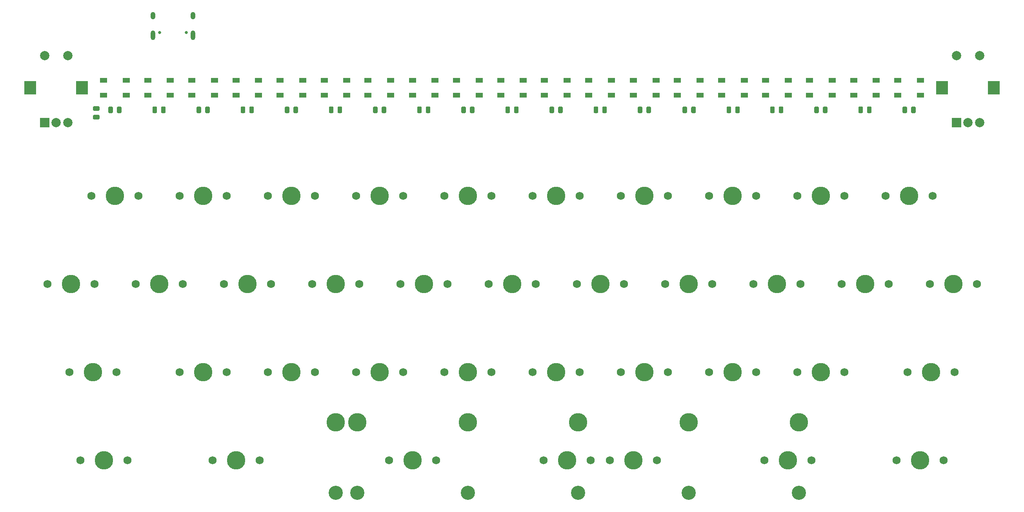
<source format=gbr>
G04 #@! TF.GenerationSoftware,KiCad,Pcbnew,(5.1.5)-3*
G04 #@! TF.CreationDate,2020-09-23T00:09:50-07:00*
G04 #@! TF.ProjectId,keyboard,6b657962-6f61-4726-942e-6b696361645f,rev?*
G04 #@! TF.SameCoordinates,Original*
G04 #@! TF.FileFunction,Soldermask,Top*
G04 #@! TF.FilePolarity,Negative*
%FSLAX46Y46*%
G04 Gerber Fmt 4.6, Leading zero omitted, Abs format (unit mm)*
G04 Created by KiCad (PCBNEW (5.1.5)-3) date 2020-09-23 00:09:50*
%MOMM*%
%LPD*%
G04 APERTURE LIST*
%ADD10R,1.500000X1.000000*%
%ADD11R,2.000000X2.000000*%
%ADD12C,2.000000*%
%ADD13R,2.500000X3.000000*%
%ADD14C,0.100000*%
%ADD15C,3.987800*%
%ADD16C,1.750000*%
%ADD17C,3.048000*%
%ADD18O,1.000000X1.600000*%
%ADD19O,1.000000X2.100000*%
%ADD20C,0.650000*%
G04 APERTURE END LIST*
D10*
X154702500Y25786250D03*
X154702500Y22586250D03*
X159602500Y25786250D03*
X159602500Y22586250D03*
D11*
X141962500Y16668750D03*
D12*
X144462500Y16668750D03*
X146962500Y16668750D03*
D13*
X138862500Y24168750D03*
X150062500Y24168750D03*
D12*
X141962500Y31168750D03*
X146962500Y31168750D03*
D11*
X338812500Y16668750D03*
D12*
X341312500Y16668750D03*
X343812500Y16668750D03*
D13*
X335712500Y24168750D03*
X346912500Y24168750D03*
D12*
X338812500Y31168750D03*
X343812500Y31168750D03*
D10*
X326152500Y25786250D03*
X326152500Y22586250D03*
X331052500Y25786250D03*
X331052500Y22586250D03*
X316627500Y25786250D03*
X316627500Y22586250D03*
X321527500Y25786250D03*
X321527500Y22586250D03*
X307102500Y25786250D03*
X307102500Y22586250D03*
X312002500Y25786250D03*
X312002500Y22586250D03*
X173752500Y25786250D03*
X173752500Y22586250D03*
X178652500Y25786250D03*
X178652500Y22586250D03*
X164227500Y25786250D03*
X164227500Y22586250D03*
X169127500Y25786250D03*
X169127500Y22586250D03*
D14*
G36*
X166007642Y20122576D02*
G01*
X166031303Y20119066D01*
X166054507Y20113254D01*
X166077029Y20105196D01*
X166098653Y20094968D01*
X166119170Y20082671D01*
X166138383Y20068421D01*
X166156107Y20052357D01*
X166172171Y20034633D01*
X166186421Y20015420D01*
X166198718Y19994903D01*
X166208946Y19973279D01*
X166217004Y19950757D01*
X166222816Y19927553D01*
X166226326Y19903892D01*
X166227500Y19880000D01*
X166227500Y18967500D01*
X166226326Y18943608D01*
X166222816Y18919947D01*
X166217004Y18896743D01*
X166208946Y18874221D01*
X166198718Y18852597D01*
X166186421Y18832080D01*
X166172171Y18812867D01*
X166156107Y18795143D01*
X166138383Y18779079D01*
X166119170Y18764829D01*
X166098653Y18752532D01*
X166077029Y18742304D01*
X166054507Y18734246D01*
X166031303Y18728434D01*
X166007642Y18724924D01*
X165983750Y18723750D01*
X165496250Y18723750D01*
X165472358Y18724924D01*
X165448697Y18728434D01*
X165425493Y18734246D01*
X165402971Y18742304D01*
X165381347Y18752532D01*
X165360830Y18764829D01*
X165341617Y18779079D01*
X165323893Y18795143D01*
X165307829Y18812867D01*
X165293579Y18832080D01*
X165281282Y18852597D01*
X165271054Y18874221D01*
X165262996Y18896743D01*
X165257184Y18919947D01*
X165253674Y18943608D01*
X165252500Y18967500D01*
X165252500Y19880000D01*
X165253674Y19903892D01*
X165257184Y19927553D01*
X165262996Y19950757D01*
X165271054Y19973279D01*
X165281282Y19994903D01*
X165293579Y20015420D01*
X165307829Y20034633D01*
X165323893Y20052357D01*
X165341617Y20068421D01*
X165360830Y20082671D01*
X165381347Y20094968D01*
X165402971Y20105196D01*
X165425493Y20113254D01*
X165448697Y20119066D01*
X165472358Y20122576D01*
X165496250Y20123750D01*
X165983750Y20123750D01*
X166007642Y20122576D01*
G37*
G36*
X167882642Y20122576D02*
G01*
X167906303Y20119066D01*
X167929507Y20113254D01*
X167952029Y20105196D01*
X167973653Y20094968D01*
X167994170Y20082671D01*
X168013383Y20068421D01*
X168031107Y20052357D01*
X168047171Y20034633D01*
X168061421Y20015420D01*
X168073718Y19994903D01*
X168083946Y19973279D01*
X168092004Y19950757D01*
X168097816Y19927553D01*
X168101326Y19903892D01*
X168102500Y19880000D01*
X168102500Y18967500D01*
X168101326Y18943608D01*
X168097816Y18919947D01*
X168092004Y18896743D01*
X168083946Y18874221D01*
X168073718Y18852597D01*
X168061421Y18832080D01*
X168047171Y18812867D01*
X168031107Y18795143D01*
X168013383Y18779079D01*
X167994170Y18764829D01*
X167973653Y18752532D01*
X167952029Y18742304D01*
X167929507Y18734246D01*
X167906303Y18728434D01*
X167882642Y18724924D01*
X167858750Y18723750D01*
X167371250Y18723750D01*
X167347358Y18724924D01*
X167323697Y18728434D01*
X167300493Y18734246D01*
X167277971Y18742304D01*
X167256347Y18752532D01*
X167235830Y18764829D01*
X167216617Y18779079D01*
X167198893Y18795143D01*
X167182829Y18812867D01*
X167168579Y18832080D01*
X167156282Y18852597D01*
X167146054Y18874221D01*
X167137996Y18896743D01*
X167132184Y18919947D01*
X167128674Y18943608D01*
X167127500Y18967500D01*
X167127500Y19880000D01*
X167128674Y19903892D01*
X167132184Y19927553D01*
X167137996Y19950757D01*
X167146054Y19973279D01*
X167156282Y19994903D01*
X167168579Y20015420D01*
X167182829Y20034633D01*
X167198893Y20052357D01*
X167216617Y20068421D01*
X167235830Y20082671D01*
X167256347Y20094968D01*
X167277971Y20105196D01*
X167300493Y20113254D01*
X167323697Y20119066D01*
X167347358Y20122576D01*
X167371250Y20123750D01*
X167858750Y20123750D01*
X167882642Y20122576D01*
G37*
G36*
X308882642Y20122576D02*
G01*
X308906303Y20119066D01*
X308929507Y20113254D01*
X308952029Y20105196D01*
X308973653Y20094968D01*
X308994170Y20082671D01*
X309013383Y20068421D01*
X309031107Y20052357D01*
X309047171Y20034633D01*
X309061421Y20015420D01*
X309073718Y19994903D01*
X309083946Y19973279D01*
X309092004Y19950757D01*
X309097816Y19927553D01*
X309101326Y19903892D01*
X309102500Y19880000D01*
X309102500Y18967500D01*
X309101326Y18943608D01*
X309097816Y18919947D01*
X309092004Y18896743D01*
X309083946Y18874221D01*
X309073718Y18852597D01*
X309061421Y18832080D01*
X309047171Y18812867D01*
X309031107Y18795143D01*
X309013383Y18779079D01*
X308994170Y18764829D01*
X308973653Y18752532D01*
X308952029Y18742304D01*
X308929507Y18734246D01*
X308906303Y18728434D01*
X308882642Y18724924D01*
X308858750Y18723750D01*
X308371250Y18723750D01*
X308347358Y18724924D01*
X308323697Y18728434D01*
X308300493Y18734246D01*
X308277971Y18742304D01*
X308256347Y18752532D01*
X308235830Y18764829D01*
X308216617Y18779079D01*
X308198893Y18795143D01*
X308182829Y18812867D01*
X308168579Y18832080D01*
X308156282Y18852597D01*
X308146054Y18874221D01*
X308137996Y18896743D01*
X308132184Y18919947D01*
X308128674Y18943608D01*
X308127500Y18967500D01*
X308127500Y19880000D01*
X308128674Y19903892D01*
X308132184Y19927553D01*
X308137996Y19950757D01*
X308146054Y19973279D01*
X308156282Y19994903D01*
X308168579Y20015420D01*
X308182829Y20034633D01*
X308198893Y20052357D01*
X308216617Y20068421D01*
X308235830Y20082671D01*
X308256347Y20094968D01*
X308277971Y20105196D01*
X308300493Y20113254D01*
X308323697Y20119066D01*
X308347358Y20122576D01*
X308371250Y20123750D01*
X308858750Y20123750D01*
X308882642Y20122576D01*
G37*
G36*
X310757642Y20122576D02*
G01*
X310781303Y20119066D01*
X310804507Y20113254D01*
X310827029Y20105196D01*
X310848653Y20094968D01*
X310869170Y20082671D01*
X310888383Y20068421D01*
X310906107Y20052357D01*
X310922171Y20034633D01*
X310936421Y20015420D01*
X310948718Y19994903D01*
X310958946Y19973279D01*
X310967004Y19950757D01*
X310972816Y19927553D01*
X310976326Y19903892D01*
X310977500Y19880000D01*
X310977500Y18967500D01*
X310976326Y18943608D01*
X310972816Y18919947D01*
X310967004Y18896743D01*
X310958946Y18874221D01*
X310948718Y18852597D01*
X310936421Y18832080D01*
X310922171Y18812867D01*
X310906107Y18795143D01*
X310888383Y18779079D01*
X310869170Y18764829D01*
X310848653Y18752532D01*
X310827029Y18742304D01*
X310804507Y18734246D01*
X310781303Y18728434D01*
X310757642Y18724924D01*
X310733750Y18723750D01*
X310246250Y18723750D01*
X310222358Y18724924D01*
X310198697Y18728434D01*
X310175493Y18734246D01*
X310152971Y18742304D01*
X310131347Y18752532D01*
X310110830Y18764829D01*
X310091617Y18779079D01*
X310073893Y18795143D01*
X310057829Y18812867D01*
X310043579Y18832080D01*
X310031282Y18852597D01*
X310021054Y18874221D01*
X310012996Y18896743D01*
X310007184Y18919947D01*
X310003674Y18943608D01*
X310002500Y18967500D01*
X310002500Y19880000D01*
X310003674Y19903892D01*
X310007184Y19927553D01*
X310012996Y19950757D01*
X310021054Y19973279D01*
X310031282Y19994903D01*
X310043579Y20015420D01*
X310057829Y20034633D01*
X310073893Y20052357D01*
X310091617Y20068421D01*
X310110830Y20082671D01*
X310131347Y20094968D01*
X310152971Y20105196D01*
X310175493Y20113254D01*
X310198697Y20119066D01*
X310222358Y20122576D01*
X310246250Y20123750D01*
X310733750Y20123750D01*
X310757642Y20122576D01*
G37*
G36*
X156482642Y20122576D02*
G01*
X156506303Y20119066D01*
X156529507Y20113254D01*
X156552029Y20105196D01*
X156573653Y20094968D01*
X156594170Y20082671D01*
X156613383Y20068421D01*
X156631107Y20052357D01*
X156647171Y20034633D01*
X156661421Y20015420D01*
X156673718Y19994903D01*
X156683946Y19973279D01*
X156692004Y19950757D01*
X156697816Y19927553D01*
X156701326Y19903892D01*
X156702500Y19880000D01*
X156702500Y18967500D01*
X156701326Y18943608D01*
X156697816Y18919947D01*
X156692004Y18896743D01*
X156683946Y18874221D01*
X156673718Y18852597D01*
X156661421Y18832080D01*
X156647171Y18812867D01*
X156631107Y18795143D01*
X156613383Y18779079D01*
X156594170Y18764829D01*
X156573653Y18752532D01*
X156552029Y18742304D01*
X156529507Y18734246D01*
X156506303Y18728434D01*
X156482642Y18724924D01*
X156458750Y18723750D01*
X155971250Y18723750D01*
X155947358Y18724924D01*
X155923697Y18728434D01*
X155900493Y18734246D01*
X155877971Y18742304D01*
X155856347Y18752532D01*
X155835830Y18764829D01*
X155816617Y18779079D01*
X155798893Y18795143D01*
X155782829Y18812867D01*
X155768579Y18832080D01*
X155756282Y18852597D01*
X155746054Y18874221D01*
X155737996Y18896743D01*
X155732184Y18919947D01*
X155728674Y18943608D01*
X155727500Y18967500D01*
X155727500Y19880000D01*
X155728674Y19903892D01*
X155732184Y19927553D01*
X155737996Y19950757D01*
X155746054Y19973279D01*
X155756282Y19994903D01*
X155768579Y20015420D01*
X155782829Y20034633D01*
X155798893Y20052357D01*
X155816617Y20068421D01*
X155835830Y20082671D01*
X155856347Y20094968D01*
X155877971Y20105196D01*
X155900493Y20113254D01*
X155923697Y20119066D01*
X155947358Y20122576D01*
X155971250Y20123750D01*
X156458750Y20123750D01*
X156482642Y20122576D01*
G37*
G36*
X158357642Y20122576D02*
G01*
X158381303Y20119066D01*
X158404507Y20113254D01*
X158427029Y20105196D01*
X158448653Y20094968D01*
X158469170Y20082671D01*
X158488383Y20068421D01*
X158506107Y20052357D01*
X158522171Y20034633D01*
X158536421Y20015420D01*
X158548718Y19994903D01*
X158558946Y19973279D01*
X158567004Y19950757D01*
X158572816Y19927553D01*
X158576326Y19903892D01*
X158577500Y19880000D01*
X158577500Y18967500D01*
X158576326Y18943608D01*
X158572816Y18919947D01*
X158567004Y18896743D01*
X158558946Y18874221D01*
X158548718Y18852597D01*
X158536421Y18832080D01*
X158522171Y18812867D01*
X158506107Y18795143D01*
X158488383Y18779079D01*
X158469170Y18764829D01*
X158448653Y18752532D01*
X158427029Y18742304D01*
X158404507Y18734246D01*
X158381303Y18728434D01*
X158357642Y18724924D01*
X158333750Y18723750D01*
X157846250Y18723750D01*
X157822358Y18724924D01*
X157798697Y18728434D01*
X157775493Y18734246D01*
X157752971Y18742304D01*
X157731347Y18752532D01*
X157710830Y18764829D01*
X157691617Y18779079D01*
X157673893Y18795143D01*
X157657829Y18812867D01*
X157643579Y18832080D01*
X157631282Y18852597D01*
X157621054Y18874221D01*
X157612996Y18896743D01*
X157607184Y18919947D01*
X157603674Y18943608D01*
X157602500Y18967500D01*
X157602500Y19880000D01*
X157603674Y19903892D01*
X157607184Y19927553D01*
X157612996Y19950757D01*
X157621054Y19973279D01*
X157631282Y19994903D01*
X157643579Y20015420D01*
X157657829Y20034633D01*
X157673893Y20052357D01*
X157691617Y20068421D01*
X157710830Y20082671D01*
X157731347Y20094968D01*
X157752971Y20105196D01*
X157775493Y20113254D01*
X157798697Y20119066D01*
X157822358Y20122576D01*
X157846250Y20123750D01*
X158333750Y20123750D01*
X158357642Y20122576D01*
G37*
G36*
X318407642Y20122576D02*
G01*
X318431303Y20119066D01*
X318454507Y20113254D01*
X318477029Y20105196D01*
X318498653Y20094968D01*
X318519170Y20082671D01*
X318538383Y20068421D01*
X318556107Y20052357D01*
X318572171Y20034633D01*
X318586421Y20015420D01*
X318598718Y19994903D01*
X318608946Y19973279D01*
X318617004Y19950757D01*
X318622816Y19927553D01*
X318626326Y19903892D01*
X318627500Y19880000D01*
X318627500Y18967500D01*
X318626326Y18943608D01*
X318622816Y18919947D01*
X318617004Y18896743D01*
X318608946Y18874221D01*
X318598718Y18852597D01*
X318586421Y18832080D01*
X318572171Y18812867D01*
X318556107Y18795143D01*
X318538383Y18779079D01*
X318519170Y18764829D01*
X318498653Y18752532D01*
X318477029Y18742304D01*
X318454507Y18734246D01*
X318431303Y18728434D01*
X318407642Y18724924D01*
X318383750Y18723750D01*
X317896250Y18723750D01*
X317872358Y18724924D01*
X317848697Y18728434D01*
X317825493Y18734246D01*
X317802971Y18742304D01*
X317781347Y18752532D01*
X317760830Y18764829D01*
X317741617Y18779079D01*
X317723893Y18795143D01*
X317707829Y18812867D01*
X317693579Y18832080D01*
X317681282Y18852597D01*
X317671054Y18874221D01*
X317662996Y18896743D01*
X317657184Y18919947D01*
X317653674Y18943608D01*
X317652500Y18967500D01*
X317652500Y19880000D01*
X317653674Y19903892D01*
X317657184Y19927553D01*
X317662996Y19950757D01*
X317671054Y19973279D01*
X317681282Y19994903D01*
X317693579Y20015420D01*
X317707829Y20034633D01*
X317723893Y20052357D01*
X317741617Y20068421D01*
X317760830Y20082671D01*
X317781347Y20094968D01*
X317802971Y20105196D01*
X317825493Y20113254D01*
X317848697Y20119066D01*
X317872358Y20122576D01*
X317896250Y20123750D01*
X318383750Y20123750D01*
X318407642Y20122576D01*
G37*
G36*
X320282642Y20122576D02*
G01*
X320306303Y20119066D01*
X320329507Y20113254D01*
X320352029Y20105196D01*
X320373653Y20094968D01*
X320394170Y20082671D01*
X320413383Y20068421D01*
X320431107Y20052357D01*
X320447171Y20034633D01*
X320461421Y20015420D01*
X320473718Y19994903D01*
X320483946Y19973279D01*
X320492004Y19950757D01*
X320497816Y19927553D01*
X320501326Y19903892D01*
X320502500Y19880000D01*
X320502500Y18967500D01*
X320501326Y18943608D01*
X320497816Y18919947D01*
X320492004Y18896743D01*
X320483946Y18874221D01*
X320473718Y18852597D01*
X320461421Y18832080D01*
X320447171Y18812867D01*
X320431107Y18795143D01*
X320413383Y18779079D01*
X320394170Y18764829D01*
X320373653Y18752532D01*
X320352029Y18742304D01*
X320329507Y18734246D01*
X320306303Y18728434D01*
X320282642Y18724924D01*
X320258750Y18723750D01*
X319771250Y18723750D01*
X319747358Y18724924D01*
X319723697Y18728434D01*
X319700493Y18734246D01*
X319677971Y18742304D01*
X319656347Y18752532D01*
X319635830Y18764829D01*
X319616617Y18779079D01*
X319598893Y18795143D01*
X319582829Y18812867D01*
X319568579Y18832080D01*
X319556282Y18852597D01*
X319546054Y18874221D01*
X319537996Y18896743D01*
X319532184Y18919947D01*
X319528674Y18943608D01*
X319527500Y18967500D01*
X319527500Y19880000D01*
X319528674Y19903892D01*
X319532184Y19927553D01*
X319537996Y19950757D01*
X319546054Y19973279D01*
X319556282Y19994903D01*
X319568579Y20015420D01*
X319582829Y20034633D01*
X319598893Y20052357D01*
X319616617Y20068421D01*
X319635830Y20082671D01*
X319656347Y20094968D01*
X319677971Y20105196D01*
X319700493Y20113254D01*
X319723697Y20119066D01*
X319747358Y20122576D01*
X319771250Y20123750D01*
X320258750Y20123750D01*
X320282642Y20122576D01*
G37*
G36*
X327932642Y20122576D02*
G01*
X327956303Y20119066D01*
X327979507Y20113254D01*
X328002029Y20105196D01*
X328023653Y20094968D01*
X328044170Y20082671D01*
X328063383Y20068421D01*
X328081107Y20052357D01*
X328097171Y20034633D01*
X328111421Y20015420D01*
X328123718Y19994903D01*
X328133946Y19973279D01*
X328142004Y19950757D01*
X328147816Y19927553D01*
X328151326Y19903892D01*
X328152500Y19880000D01*
X328152500Y18967500D01*
X328151326Y18943608D01*
X328147816Y18919947D01*
X328142004Y18896743D01*
X328133946Y18874221D01*
X328123718Y18852597D01*
X328111421Y18832080D01*
X328097171Y18812867D01*
X328081107Y18795143D01*
X328063383Y18779079D01*
X328044170Y18764829D01*
X328023653Y18752532D01*
X328002029Y18742304D01*
X327979507Y18734246D01*
X327956303Y18728434D01*
X327932642Y18724924D01*
X327908750Y18723750D01*
X327421250Y18723750D01*
X327397358Y18724924D01*
X327373697Y18728434D01*
X327350493Y18734246D01*
X327327971Y18742304D01*
X327306347Y18752532D01*
X327285830Y18764829D01*
X327266617Y18779079D01*
X327248893Y18795143D01*
X327232829Y18812867D01*
X327218579Y18832080D01*
X327206282Y18852597D01*
X327196054Y18874221D01*
X327187996Y18896743D01*
X327182184Y18919947D01*
X327178674Y18943608D01*
X327177500Y18967500D01*
X327177500Y19880000D01*
X327178674Y19903892D01*
X327182184Y19927553D01*
X327187996Y19950757D01*
X327196054Y19973279D01*
X327206282Y19994903D01*
X327218579Y20015420D01*
X327232829Y20034633D01*
X327248893Y20052357D01*
X327266617Y20068421D01*
X327285830Y20082671D01*
X327306347Y20094968D01*
X327327971Y20105196D01*
X327350493Y20113254D01*
X327373697Y20119066D01*
X327397358Y20122576D01*
X327421250Y20123750D01*
X327908750Y20123750D01*
X327932642Y20122576D01*
G37*
G36*
X329807642Y20122576D02*
G01*
X329831303Y20119066D01*
X329854507Y20113254D01*
X329877029Y20105196D01*
X329898653Y20094968D01*
X329919170Y20082671D01*
X329938383Y20068421D01*
X329956107Y20052357D01*
X329972171Y20034633D01*
X329986421Y20015420D01*
X329998718Y19994903D01*
X330008946Y19973279D01*
X330017004Y19950757D01*
X330022816Y19927553D01*
X330026326Y19903892D01*
X330027500Y19880000D01*
X330027500Y18967500D01*
X330026326Y18943608D01*
X330022816Y18919947D01*
X330017004Y18896743D01*
X330008946Y18874221D01*
X329998718Y18852597D01*
X329986421Y18832080D01*
X329972171Y18812867D01*
X329956107Y18795143D01*
X329938383Y18779079D01*
X329919170Y18764829D01*
X329898653Y18752532D01*
X329877029Y18742304D01*
X329854507Y18734246D01*
X329831303Y18728434D01*
X329807642Y18724924D01*
X329783750Y18723750D01*
X329296250Y18723750D01*
X329272358Y18724924D01*
X329248697Y18728434D01*
X329225493Y18734246D01*
X329202971Y18742304D01*
X329181347Y18752532D01*
X329160830Y18764829D01*
X329141617Y18779079D01*
X329123893Y18795143D01*
X329107829Y18812867D01*
X329093579Y18832080D01*
X329081282Y18852597D01*
X329071054Y18874221D01*
X329062996Y18896743D01*
X329057184Y18919947D01*
X329053674Y18943608D01*
X329052500Y18967500D01*
X329052500Y19880000D01*
X329053674Y19903892D01*
X329057184Y19927553D01*
X329062996Y19950757D01*
X329071054Y19973279D01*
X329081282Y19994903D01*
X329093579Y20015420D01*
X329107829Y20034633D01*
X329123893Y20052357D01*
X329141617Y20068421D01*
X329160830Y20082671D01*
X329181347Y20094968D01*
X329202971Y20105196D01*
X329225493Y20113254D01*
X329248697Y20119066D01*
X329272358Y20122576D01*
X329296250Y20123750D01*
X329783750Y20123750D01*
X329807642Y20122576D01*
G37*
G36*
X175532642Y20122576D02*
G01*
X175556303Y20119066D01*
X175579507Y20113254D01*
X175602029Y20105196D01*
X175623653Y20094968D01*
X175644170Y20082671D01*
X175663383Y20068421D01*
X175681107Y20052357D01*
X175697171Y20034633D01*
X175711421Y20015420D01*
X175723718Y19994903D01*
X175733946Y19973279D01*
X175742004Y19950757D01*
X175747816Y19927553D01*
X175751326Y19903892D01*
X175752500Y19880000D01*
X175752500Y18967500D01*
X175751326Y18943608D01*
X175747816Y18919947D01*
X175742004Y18896743D01*
X175733946Y18874221D01*
X175723718Y18852597D01*
X175711421Y18832080D01*
X175697171Y18812867D01*
X175681107Y18795143D01*
X175663383Y18779079D01*
X175644170Y18764829D01*
X175623653Y18752532D01*
X175602029Y18742304D01*
X175579507Y18734246D01*
X175556303Y18728434D01*
X175532642Y18724924D01*
X175508750Y18723750D01*
X175021250Y18723750D01*
X174997358Y18724924D01*
X174973697Y18728434D01*
X174950493Y18734246D01*
X174927971Y18742304D01*
X174906347Y18752532D01*
X174885830Y18764829D01*
X174866617Y18779079D01*
X174848893Y18795143D01*
X174832829Y18812867D01*
X174818579Y18832080D01*
X174806282Y18852597D01*
X174796054Y18874221D01*
X174787996Y18896743D01*
X174782184Y18919947D01*
X174778674Y18943608D01*
X174777500Y18967500D01*
X174777500Y19880000D01*
X174778674Y19903892D01*
X174782184Y19927553D01*
X174787996Y19950757D01*
X174796054Y19973279D01*
X174806282Y19994903D01*
X174818579Y20015420D01*
X174832829Y20034633D01*
X174848893Y20052357D01*
X174866617Y20068421D01*
X174885830Y20082671D01*
X174906347Y20094968D01*
X174927971Y20105196D01*
X174950493Y20113254D01*
X174973697Y20119066D01*
X174997358Y20122576D01*
X175021250Y20123750D01*
X175508750Y20123750D01*
X175532642Y20122576D01*
G37*
G36*
X177407642Y20122576D02*
G01*
X177431303Y20119066D01*
X177454507Y20113254D01*
X177477029Y20105196D01*
X177498653Y20094968D01*
X177519170Y20082671D01*
X177538383Y20068421D01*
X177556107Y20052357D01*
X177572171Y20034633D01*
X177586421Y20015420D01*
X177598718Y19994903D01*
X177608946Y19973279D01*
X177617004Y19950757D01*
X177622816Y19927553D01*
X177626326Y19903892D01*
X177627500Y19880000D01*
X177627500Y18967500D01*
X177626326Y18943608D01*
X177622816Y18919947D01*
X177617004Y18896743D01*
X177608946Y18874221D01*
X177598718Y18852597D01*
X177586421Y18832080D01*
X177572171Y18812867D01*
X177556107Y18795143D01*
X177538383Y18779079D01*
X177519170Y18764829D01*
X177498653Y18752532D01*
X177477029Y18742304D01*
X177454507Y18734246D01*
X177431303Y18728434D01*
X177407642Y18724924D01*
X177383750Y18723750D01*
X176896250Y18723750D01*
X176872358Y18724924D01*
X176848697Y18728434D01*
X176825493Y18734246D01*
X176802971Y18742304D01*
X176781347Y18752532D01*
X176760830Y18764829D01*
X176741617Y18779079D01*
X176723893Y18795143D01*
X176707829Y18812867D01*
X176693579Y18832080D01*
X176681282Y18852597D01*
X176671054Y18874221D01*
X176662996Y18896743D01*
X176657184Y18919947D01*
X176653674Y18943608D01*
X176652500Y18967500D01*
X176652500Y19880000D01*
X176653674Y19903892D01*
X176657184Y19927553D01*
X176662996Y19950757D01*
X176671054Y19973279D01*
X176681282Y19994903D01*
X176693579Y20015420D01*
X176707829Y20034633D01*
X176723893Y20052357D01*
X176741617Y20068421D01*
X176760830Y20082671D01*
X176781347Y20094968D01*
X176802971Y20105196D01*
X176825493Y20113254D01*
X176848697Y20119066D01*
X176872358Y20122576D01*
X176896250Y20123750D01*
X177383750Y20123750D01*
X177407642Y20122576D01*
G37*
G36*
X153603892Y20197576D02*
G01*
X153627553Y20194066D01*
X153650757Y20188254D01*
X153673279Y20180196D01*
X153694903Y20169968D01*
X153715420Y20157671D01*
X153734633Y20143421D01*
X153752357Y20127357D01*
X153768421Y20109633D01*
X153782671Y20090420D01*
X153794968Y20069903D01*
X153805196Y20048279D01*
X153813254Y20025757D01*
X153819066Y20002553D01*
X153822576Y19978892D01*
X153823750Y19955000D01*
X153823750Y19467500D01*
X153822576Y19443608D01*
X153819066Y19419947D01*
X153813254Y19396743D01*
X153805196Y19374221D01*
X153794968Y19352597D01*
X153782671Y19332080D01*
X153768421Y19312867D01*
X153752357Y19295143D01*
X153734633Y19279079D01*
X153715420Y19264829D01*
X153694903Y19252532D01*
X153673279Y19242304D01*
X153650757Y19234246D01*
X153627553Y19228434D01*
X153603892Y19224924D01*
X153580000Y19223750D01*
X152667500Y19223750D01*
X152643608Y19224924D01*
X152619947Y19228434D01*
X152596743Y19234246D01*
X152574221Y19242304D01*
X152552597Y19252532D01*
X152532080Y19264829D01*
X152512867Y19279079D01*
X152495143Y19295143D01*
X152479079Y19312867D01*
X152464829Y19332080D01*
X152452532Y19352597D01*
X152442304Y19374221D01*
X152434246Y19396743D01*
X152428434Y19419947D01*
X152424924Y19443608D01*
X152423750Y19467500D01*
X152423750Y19955000D01*
X152424924Y19978892D01*
X152428434Y20002553D01*
X152434246Y20025757D01*
X152442304Y20048279D01*
X152452532Y20069903D01*
X152464829Y20090420D01*
X152479079Y20109633D01*
X152495143Y20127357D01*
X152512867Y20143421D01*
X152532080Y20157671D01*
X152552597Y20169968D01*
X152574221Y20180196D01*
X152596743Y20188254D01*
X152619947Y20194066D01*
X152643608Y20197576D01*
X152667500Y20198750D01*
X153580000Y20198750D01*
X153603892Y20197576D01*
G37*
G36*
X153603892Y18322576D02*
G01*
X153627553Y18319066D01*
X153650757Y18313254D01*
X153673279Y18305196D01*
X153694903Y18294968D01*
X153715420Y18282671D01*
X153734633Y18268421D01*
X153752357Y18252357D01*
X153768421Y18234633D01*
X153782671Y18215420D01*
X153794968Y18194903D01*
X153805196Y18173279D01*
X153813254Y18150757D01*
X153819066Y18127553D01*
X153822576Y18103892D01*
X153823750Y18080000D01*
X153823750Y17592500D01*
X153822576Y17568608D01*
X153819066Y17544947D01*
X153813254Y17521743D01*
X153805196Y17499221D01*
X153794968Y17477597D01*
X153782671Y17457080D01*
X153768421Y17437867D01*
X153752357Y17420143D01*
X153734633Y17404079D01*
X153715420Y17389829D01*
X153694903Y17377532D01*
X153673279Y17367304D01*
X153650757Y17359246D01*
X153627553Y17353434D01*
X153603892Y17349924D01*
X153580000Y17348750D01*
X152667500Y17348750D01*
X152643608Y17349924D01*
X152619947Y17353434D01*
X152596743Y17359246D01*
X152574221Y17367304D01*
X152552597Y17377532D01*
X152532080Y17389829D01*
X152512867Y17404079D01*
X152495143Y17420143D01*
X152479079Y17437867D01*
X152464829Y17457080D01*
X152452532Y17477597D01*
X152442304Y17499221D01*
X152434246Y17521743D01*
X152428434Y17544947D01*
X152424924Y17568608D01*
X152423750Y17592500D01*
X152423750Y18080000D01*
X152424924Y18103892D01*
X152428434Y18127553D01*
X152434246Y18150757D01*
X152442304Y18173279D01*
X152452532Y18194903D01*
X152464829Y18215420D01*
X152479079Y18234633D01*
X152495143Y18252357D01*
X152512867Y18268421D01*
X152532080Y18282671D01*
X152552597Y18294968D01*
X152574221Y18305196D01*
X152596743Y18313254D01*
X152619947Y18319066D01*
X152643608Y18322576D01*
X152667500Y18323750D01*
X153580000Y18323750D01*
X153603892Y18322576D01*
G37*
D10*
X297646250Y25773750D03*
X297646250Y22573750D03*
X302546250Y25773750D03*
X302546250Y22573750D03*
X288121250Y25773750D03*
X288121250Y22573750D03*
X293021250Y25773750D03*
X293021250Y22573750D03*
X278596250Y25773750D03*
X278596250Y22573750D03*
X283496250Y25773750D03*
X283496250Y22573750D03*
X269071250Y25773750D03*
X269071250Y22573750D03*
X273971250Y25773750D03*
X273971250Y22573750D03*
X259408750Y25773750D03*
X259408750Y22573750D03*
X264308750Y25773750D03*
X264308750Y22573750D03*
X249883750Y25773750D03*
X249883750Y22573750D03*
X254783750Y25773750D03*
X254783750Y22573750D03*
X240427500Y25786250D03*
X240427500Y22586250D03*
X245327500Y25786250D03*
X245327500Y22586250D03*
X230902500Y25786250D03*
X230902500Y22586250D03*
X235802500Y25786250D03*
X235802500Y22586250D03*
X221377500Y25773750D03*
X221377500Y22573750D03*
X226277500Y25773750D03*
X226277500Y22573750D03*
X211783750Y25773750D03*
X211783750Y22573750D03*
X216683750Y25773750D03*
X216683750Y22573750D03*
X202327500Y25786250D03*
X202327500Y22586250D03*
X207227500Y25786250D03*
X207227500Y22586250D03*
X192802500Y25786250D03*
X192802500Y22586250D03*
X197702500Y25786250D03*
X197702500Y22586250D03*
X183277500Y25786250D03*
X183277500Y22586250D03*
X188177500Y25786250D03*
X188177500Y22586250D03*
D14*
G36*
X223157642Y20122576D02*
G01*
X223181303Y20119066D01*
X223204507Y20113254D01*
X223227029Y20105196D01*
X223248653Y20094968D01*
X223269170Y20082671D01*
X223288383Y20068421D01*
X223306107Y20052357D01*
X223322171Y20034633D01*
X223336421Y20015420D01*
X223348718Y19994903D01*
X223358946Y19973279D01*
X223367004Y19950757D01*
X223372816Y19927553D01*
X223376326Y19903892D01*
X223377500Y19880000D01*
X223377500Y18967500D01*
X223376326Y18943608D01*
X223372816Y18919947D01*
X223367004Y18896743D01*
X223358946Y18874221D01*
X223348718Y18852597D01*
X223336421Y18832080D01*
X223322171Y18812867D01*
X223306107Y18795143D01*
X223288383Y18779079D01*
X223269170Y18764829D01*
X223248653Y18752532D01*
X223227029Y18742304D01*
X223204507Y18734246D01*
X223181303Y18728434D01*
X223157642Y18724924D01*
X223133750Y18723750D01*
X222646250Y18723750D01*
X222622358Y18724924D01*
X222598697Y18728434D01*
X222575493Y18734246D01*
X222552971Y18742304D01*
X222531347Y18752532D01*
X222510830Y18764829D01*
X222491617Y18779079D01*
X222473893Y18795143D01*
X222457829Y18812867D01*
X222443579Y18832080D01*
X222431282Y18852597D01*
X222421054Y18874221D01*
X222412996Y18896743D01*
X222407184Y18919947D01*
X222403674Y18943608D01*
X222402500Y18967500D01*
X222402500Y19880000D01*
X222403674Y19903892D01*
X222407184Y19927553D01*
X222412996Y19950757D01*
X222421054Y19973279D01*
X222431282Y19994903D01*
X222443579Y20015420D01*
X222457829Y20034633D01*
X222473893Y20052357D01*
X222491617Y20068421D01*
X222510830Y20082671D01*
X222531347Y20094968D01*
X222552971Y20105196D01*
X222575493Y20113254D01*
X222598697Y20119066D01*
X222622358Y20122576D01*
X222646250Y20123750D01*
X223133750Y20123750D01*
X223157642Y20122576D01*
G37*
G36*
X225032642Y20122576D02*
G01*
X225056303Y20119066D01*
X225079507Y20113254D01*
X225102029Y20105196D01*
X225123653Y20094968D01*
X225144170Y20082671D01*
X225163383Y20068421D01*
X225181107Y20052357D01*
X225197171Y20034633D01*
X225211421Y20015420D01*
X225223718Y19994903D01*
X225233946Y19973279D01*
X225242004Y19950757D01*
X225247816Y19927553D01*
X225251326Y19903892D01*
X225252500Y19880000D01*
X225252500Y18967500D01*
X225251326Y18943608D01*
X225247816Y18919947D01*
X225242004Y18896743D01*
X225233946Y18874221D01*
X225223718Y18852597D01*
X225211421Y18832080D01*
X225197171Y18812867D01*
X225181107Y18795143D01*
X225163383Y18779079D01*
X225144170Y18764829D01*
X225123653Y18752532D01*
X225102029Y18742304D01*
X225079507Y18734246D01*
X225056303Y18728434D01*
X225032642Y18724924D01*
X225008750Y18723750D01*
X224521250Y18723750D01*
X224497358Y18724924D01*
X224473697Y18728434D01*
X224450493Y18734246D01*
X224427971Y18742304D01*
X224406347Y18752532D01*
X224385830Y18764829D01*
X224366617Y18779079D01*
X224348893Y18795143D01*
X224332829Y18812867D01*
X224318579Y18832080D01*
X224306282Y18852597D01*
X224296054Y18874221D01*
X224287996Y18896743D01*
X224282184Y18919947D01*
X224278674Y18943608D01*
X224277500Y18967500D01*
X224277500Y19880000D01*
X224278674Y19903892D01*
X224282184Y19927553D01*
X224287996Y19950757D01*
X224296054Y19973279D01*
X224306282Y19994903D01*
X224318579Y20015420D01*
X224332829Y20034633D01*
X224348893Y20052357D01*
X224366617Y20068421D01*
X224385830Y20082671D01*
X224406347Y20094968D01*
X224427971Y20105196D01*
X224450493Y20113254D01*
X224473697Y20119066D01*
X224497358Y20122576D01*
X224521250Y20123750D01*
X225008750Y20123750D01*
X225032642Y20122576D01*
G37*
G36*
X242207642Y20122576D02*
G01*
X242231303Y20119066D01*
X242254507Y20113254D01*
X242277029Y20105196D01*
X242298653Y20094968D01*
X242319170Y20082671D01*
X242338383Y20068421D01*
X242356107Y20052357D01*
X242372171Y20034633D01*
X242386421Y20015420D01*
X242398718Y19994903D01*
X242408946Y19973279D01*
X242417004Y19950757D01*
X242422816Y19927553D01*
X242426326Y19903892D01*
X242427500Y19880000D01*
X242427500Y18967500D01*
X242426326Y18943608D01*
X242422816Y18919947D01*
X242417004Y18896743D01*
X242408946Y18874221D01*
X242398718Y18852597D01*
X242386421Y18832080D01*
X242372171Y18812867D01*
X242356107Y18795143D01*
X242338383Y18779079D01*
X242319170Y18764829D01*
X242298653Y18752532D01*
X242277029Y18742304D01*
X242254507Y18734246D01*
X242231303Y18728434D01*
X242207642Y18724924D01*
X242183750Y18723750D01*
X241696250Y18723750D01*
X241672358Y18724924D01*
X241648697Y18728434D01*
X241625493Y18734246D01*
X241602971Y18742304D01*
X241581347Y18752532D01*
X241560830Y18764829D01*
X241541617Y18779079D01*
X241523893Y18795143D01*
X241507829Y18812867D01*
X241493579Y18832080D01*
X241481282Y18852597D01*
X241471054Y18874221D01*
X241462996Y18896743D01*
X241457184Y18919947D01*
X241453674Y18943608D01*
X241452500Y18967500D01*
X241452500Y19880000D01*
X241453674Y19903892D01*
X241457184Y19927553D01*
X241462996Y19950757D01*
X241471054Y19973279D01*
X241481282Y19994903D01*
X241493579Y20015420D01*
X241507829Y20034633D01*
X241523893Y20052357D01*
X241541617Y20068421D01*
X241560830Y20082671D01*
X241581347Y20094968D01*
X241602971Y20105196D01*
X241625493Y20113254D01*
X241648697Y20119066D01*
X241672358Y20122576D01*
X241696250Y20123750D01*
X242183750Y20123750D01*
X242207642Y20122576D01*
G37*
G36*
X244082642Y20122576D02*
G01*
X244106303Y20119066D01*
X244129507Y20113254D01*
X244152029Y20105196D01*
X244173653Y20094968D01*
X244194170Y20082671D01*
X244213383Y20068421D01*
X244231107Y20052357D01*
X244247171Y20034633D01*
X244261421Y20015420D01*
X244273718Y19994903D01*
X244283946Y19973279D01*
X244292004Y19950757D01*
X244297816Y19927553D01*
X244301326Y19903892D01*
X244302500Y19880000D01*
X244302500Y18967500D01*
X244301326Y18943608D01*
X244297816Y18919947D01*
X244292004Y18896743D01*
X244283946Y18874221D01*
X244273718Y18852597D01*
X244261421Y18832080D01*
X244247171Y18812867D01*
X244231107Y18795143D01*
X244213383Y18779079D01*
X244194170Y18764829D01*
X244173653Y18752532D01*
X244152029Y18742304D01*
X244129507Y18734246D01*
X244106303Y18728434D01*
X244082642Y18724924D01*
X244058750Y18723750D01*
X243571250Y18723750D01*
X243547358Y18724924D01*
X243523697Y18728434D01*
X243500493Y18734246D01*
X243477971Y18742304D01*
X243456347Y18752532D01*
X243435830Y18764829D01*
X243416617Y18779079D01*
X243398893Y18795143D01*
X243382829Y18812867D01*
X243368579Y18832080D01*
X243356282Y18852597D01*
X243346054Y18874221D01*
X243337996Y18896743D01*
X243332184Y18919947D01*
X243328674Y18943608D01*
X243327500Y18967500D01*
X243327500Y19880000D01*
X243328674Y19903892D01*
X243332184Y19927553D01*
X243337996Y19950757D01*
X243346054Y19973279D01*
X243356282Y19994903D01*
X243368579Y20015420D01*
X243382829Y20034633D01*
X243398893Y20052357D01*
X243416617Y20068421D01*
X243435830Y20082671D01*
X243456347Y20094968D01*
X243477971Y20105196D01*
X243500493Y20113254D01*
X243523697Y20119066D01*
X243547358Y20122576D01*
X243571250Y20123750D01*
X244058750Y20123750D01*
X244082642Y20122576D01*
G37*
G36*
X213632642Y20122576D02*
G01*
X213656303Y20119066D01*
X213679507Y20113254D01*
X213702029Y20105196D01*
X213723653Y20094968D01*
X213744170Y20082671D01*
X213763383Y20068421D01*
X213781107Y20052357D01*
X213797171Y20034633D01*
X213811421Y20015420D01*
X213823718Y19994903D01*
X213833946Y19973279D01*
X213842004Y19950757D01*
X213847816Y19927553D01*
X213851326Y19903892D01*
X213852500Y19880000D01*
X213852500Y18967500D01*
X213851326Y18943608D01*
X213847816Y18919947D01*
X213842004Y18896743D01*
X213833946Y18874221D01*
X213823718Y18852597D01*
X213811421Y18832080D01*
X213797171Y18812867D01*
X213781107Y18795143D01*
X213763383Y18779079D01*
X213744170Y18764829D01*
X213723653Y18752532D01*
X213702029Y18742304D01*
X213679507Y18734246D01*
X213656303Y18728434D01*
X213632642Y18724924D01*
X213608750Y18723750D01*
X213121250Y18723750D01*
X213097358Y18724924D01*
X213073697Y18728434D01*
X213050493Y18734246D01*
X213027971Y18742304D01*
X213006347Y18752532D01*
X212985830Y18764829D01*
X212966617Y18779079D01*
X212948893Y18795143D01*
X212932829Y18812867D01*
X212918579Y18832080D01*
X212906282Y18852597D01*
X212896054Y18874221D01*
X212887996Y18896743D01*
X212882184Y18919947D01*
X212878674Y18943608D01*
X212877500Y18967500D01*
X212877500Y19880000D01*
X212878674Y19903892D01*
X212882184Y19927553D01*
X212887996Y19950757D01*
X212896054Y19973279D01*
X212906282Y19994903D01*
X212918579Y20015420D01*
X212932829Y20034633D01*
X212948893Y20052357D01*
X212966617Y20068421D01*
X212985830Y20082671D01*
X213006347Y20094968D01*
X213027971Y20105196D01*
X213050493Y20113254D01*
X213073697Y20119066D01*
X213097358Y20122576D01*
X213121250Y20123750D01*
X213608750Y20123750D01*
X213632642Y20122576D01*
G37*
G36*
X215507642Y20122576D02*
G01*
X215531303Y20119066D01*
X215554507Y20113254D01*
X215577029Y20105196D01*
X215598653Y20094968D01*
X215619170Y20082671D01*
X215638383Y20068421D01*
X215656107Y20052357D01*
X215672171Y20034633D01*
X215686421Y20015420D01*
X215698718Y19994903D01*
X215708946Y19973279D01*
X215717004Y19950757D01*
X215722816Y19927553D01*
X215726326Y19903892D01*
X215727500Y19880000D01*
X215727500Y18967500D01*
X215726326Y18943608D01*
X215722816Y18919947D01*
X215717004Y18896743D01*
X215708946Y18874221D01*
X215698718Y18852597D01*
X215686421Y18832080D01*
X215672171Y18812867D01*
X215656107Y18795143D01*
X215638383Y18779079D01*
X215619170Y18764829D01*
X215598653Y18752532D01*
X215577029Y18742304D01*
X215554507Y18734246D01*
X215531303Y18728434D01*
X215507642Y18724924D01*
X215483750Y18723750D01*
X214996250Y18723750D01*
X214972358Y18724924D01*
X214948697Y18728434D01*
X214925493Y18734246D01*
X214902971Y18742304D01*
X214881347Y18752532D01*
X214860830Y18764829D01*
X214841617Y18779079D01*
X214823893Y18795143D01*
X214807829Y18812867D01*
X214793579Y18832080D01*
X214781282Y18852597D01*
X214771054Y18874221D01*
X214762996Y18896743D01*
X214757184Y18919947D01*
X214753674Y18943608D01*
X214752500Y18967500D01*
X214752500Y19880000D01*
X214753674Y19903892D01*
X214757184Y19927553D01*
X214762996Y19950757D01*
X214771054Y19973279D01*
X214781282Y19994903D01*
X214793579Y20015420D01*
X214807829Y20034633D01*
X214823893Y20052357D01*
X214841617Y20068421D01*
X214860830Y20082671D01*
X214881347Y20094968D01*
X214902971Y20105196D01*
X214925493Y20113254D01*
X214948697Y20119066D01*
X214972358Y20122576D01*
X214996250Y20123750D01*
X215483750Y20123750D01*
X215507642Y20122576D01*
G37*
G36*
X251732642Y20122576D02*
G01*
X251756303Y20119066D01*
X251779507Y20113254D01*
X251802029Y20105196D01*
X251823653Y20094968D01*
X251844170Y20082671D01*
X251863383Y20068421D01*
X251881107Y20052357D01*
X251897171Y20034633D01*
X251911421Y20015420D01*
X251923718Y19994903D01*
X251933946Y19973279D01*
X251942004Y19950757D01*
X251947816Y19927553D01*
X251951326Y19903892D01*
X251952500Y19880000D01*
X251952500Y18967500D01*
X251951326Y18943608D01*
X251947816Y18919947D01*
X251942004Y18896743D01*
X251933946Y18874221D01*
X251923718Y18852597D01*
X251911421Y18832080D01*
X251897171Y18812867D01*
X251881107Y18795143D01*
X251863383Y18779079D01*
X251844170Y18764829D01*
X251823653Y18752532D01*
X251802029Y18742304D01*
X251779507Y18734246D01*
X251756303Y18728434D01*
X251732642Y18724924D01*
X251708750Y18723750D01*
X251221250Y18723750D01*
X251197358Y18724924D01*
X251173697Y18728434D01*
X251150493Y18734246D01*
X251127971Y18742304D01*
X251106347Y18752532D01*
X251085830Y18764829D01*
X251066617Y18779079D01*
X251048893Y18795143D01*
X251032829Y18812867D01*
X251018579Y18832080D01*
X251006282Y18852597D01*
X250996054Y18874221D01*
X250987996Y18896743D01*
X250982184Y18919947D01*
X250978674Y18943608D01*
X250977500Y18967500D01*
X250977500Y19880000D01*
X250978674Y19903892D01*
X250982184Y19927553D01*
X250987996Y19950757D01*
X250996054Y19973279D01*
X251006282Y19994903D01*
X251018579Y20015420D01*
X251032829Y20034633D01*
X251048893Y20052357D01*
X251066617Y20068421D01*
X251085830Y20082671D01*
X251106347Y20094968D01*
X251127971Y20105196D01*
X251150493Y20113254D01*
X251173697Y20119066D01*
X251197358Y20122576D01*
X251221250Y20123750D01*
X251708750Y20123750D01*
X251732642Y20122576D01*
G37*
G36*
X253607642Y20122576D02*
G01*
X253631303Y20119066D01*
X253654507Y20113254D01*
X253677029Y20105196D01*
X253698653Y20094968D01*
X253719170Y20082671D01*
X253738383Y20068421D01*
X253756107Y20052357D01*
X253772171Y20034633D01*
X253786421Y20015420D01*
X253798718Y19994903D01*
X253808946Y19973279D01*
X253817004Y19950757D01*
X253822816Y19927553D01*
X253826326Y19903892D01*
X253827500Y19880000D01*
X253827500Y18967500D01*
X253826326Y18943608D01*
X253822816Y18919947D01*
X253817004Y18896743D01*
X253808946Y18874221D01*
X253798718Y18852597D01*
X253786421Y18832080D01*
X253772171Y18812867D01*
X253756107Y18795143D01*
X253738383Y18779079D01*
X253719170Y18764829D01*
X253698653Y18752532D01*
X253677029Y18742304D01*
X253654507Y18734246D01*
X253631303Y18728434D01*
X253607642Y18724924D01*
X253583750Y18723750D01*
X253096250Y18723750D01*
X253072358Y18724924D01*
X253048697Y18728434D01*
X253025493Y18734246D01*
X253002971Y18742304D01*
X252981347Y18752532D01*
X252960830Y18764829D01*
X252941617Y18779079D01*
X252923893Y18795143D01*
X252907829Y18812867D01*
X252893579Y18832080D01*
X252881282Y18852597D01*
X252871054Y18874221D01*
X252862996Y18896743D01*
X252857184Y18919947D01*
X252853674Y18943608D01*
X252852500Y18967500D01*
X252852500Y19880000D01*
X252853674Y19903892D01*
X252857184Y19927553D01*
X252862996Y19950757D01*
X252871054Y19973279D01*
X252881282Y19994903D01*
X252893579Y20015420D01*
X252907829Y20034633D01*
X252923893Y20052357D01*
X252941617Y20068421D01*
X252960830Y20082671D01*
X252981347Y20094968D01*
X253002971Y20105196D01*
X253025493Y20113254D01*
X253048697Y20119066D01*
X253072358Y20122576D01*
X253096250Y20123750D01*
X253583750Y20123750D01*
X253607642Y20122576D01*
G37*
G36*
X232682642Y20122576D02*
G01*
X232706303Y20119066D01*
X232729507Y20113254D01*
X232752029Y20105196D01*
X232773653Y20094968D01*
X232794170Y20082671D01*
X232813383Y20068421D01*
X232831107Y20052357D01*
X232847171Y20034633D01*
X232861421Y20015420D01*
X232873718Y19994903D01*
X232883946Y19973279D01*
X232892004Y19950757D01*
X232897816Y19927553D01*
X232901326Y19903892D01*
X232902500Y19880000D01*
X232902500Y18967500D01*
X232901326Y18943608D01*
X232897816Y18919947D01*
X232892004Y18896743D01*
X232883946Y18874221D01*
X232873718Y18852597D01*
X232861421Y18832080D01*
X232847171Y18812867D01*
X232831107Y18795143D01*
X232813383Y18779079D01*
X232794170Y18764829D01*
X232773653Y18752532D01*
X232752029Y18742304D01*
X232729507Y18734246D01*
X232706303Y18728434D01*
X232682642Y18724924D01*
X232658750Y18723750D01*
X232171250Y18723750D01*
X232147358Y18724924D01*
X232123697Y18728434D01*
X232100493Y18734246D01*
X232077971Y18742304D01*
X232056347Y18752532D01*
X232035830Y18764829D01*
X232016617Y18779079D01*
X231998893Y18795143D01*
X231982829Y18812867D01*
X231968579Y18832080D01*
X231956282Y18852597D01*
X231946054Y18874221D01*
X231937996Y18896743D01*
X231932184Y18919947D01*
X231928674Y18943608D01*
X231927500Y18967500D01*
X231927500Y19880000D01*
X231928674Y19903892D01*
X231932184Y19927553D01*
X231937996Y19950757D01*
X231946054Y19973279D01*
X231956282Y19994903D01*
X231968579Y20015420D01*
X231982829Y20034633D01*
X231998893Y20052357D01*
X232016617Y20068421D01*
X232035830Y20082671D01*
X232056347Y20094968D01*
X232077971Y20105196D01*
X232100493Y20113254D01*
X232123697Y20119066D01*
X232147358Y20122576D01*
X232171250Y20123750D01*
X232658750Y20123750D01*
X232682642Y20122576D01*
G37*
G36*
X234557642Y20122576D02*
G01*
X234581303Y20119066D01*
X234604507Y20113254D01*
X234627029Y20105196D01*
X234648653Y20094968D01*
X234669170Y20082671D01*
X234688383Y20068421D01*
X234706107Y20052357D01*
X234722171Y20034633D01*
X234736421Y20015420D01*
X234748718Y19994903D01*
X234758946Y19973279D01*
X234767004Y19950757D01*
X234772816Y19927553D01*
X234776326Y19903892D01*
X234777500Y19880000D01*
X234777500Y18967500D01*
X234776326Y18943608D01*
X234772816Y18919947D01*
X234767004Y18896743D01*
X234758946Y18874221D01*
X234748718Y18852597D01*
X234736421Y18832080D01*
X234722171Y18812867D01*
X234706107Y18795143D01*
X234688383Y18779079D01*
X234669170Y18764829D01*
X234648653Y18752532D01*
X234627029Y18742304D01*
X234604507Y18734246D01*
X234581303Y18728434D01*
X234557642Y18724924D01*
X234533750Y18723750D01*
X234046250Y18723750D01*
X234022358Y18724924D01*
X233998697Y18728434D01*
X233975493Y18734246D01*
X233952971Y18742304D01*
X233931347Y18752532D01*
X233910830Y18764829D01*
X233891617Y18779079D01*
X233873893Y18795143D01*
X233857829Y18812867D01*
X233843579Y18832080D01*
X233831282Y18852597D01*
X233821054Y18874221D01*
X233812996Y18896743D01*
X233807184Y18919947D01*
X233803674Y18943608D01*
X233802500Y18967500D01*
X233802500Y19880000D01*
X233803674Y19903892D01*
X233807184Y19927553D01*
X233812996Y19950757D01*
X233821054Y19973279D01*
X233831282Y19994903D01*
X233843579Y20015420D01*
X233857829Y20034633D01*
X233873893Y20052357D01*
X233891617Y20068421D01*
X233910830Y20082671D01*
X233931347Y20094968D01*
X233952971Y20105196D01*
X233975493Y20113254D01*
X233998697Y20119066D01*
X234022358Y20122576D01*
X234046250Y20123750D01*
X234533750Y20123750D01*
X234557642Y20122576D01*
G37*
G36*
X204107642Y20122576D02*
G01*
X204131303Y20119066D01*
X204154507Y20113254D01*
X204177029Y20105196D01*
X204198653Y20094968D01*
X204219170Y20082671D01*
X204238383Y20068421D01*
X204256107Y20052357D01*
X204272171Y20034633D01*
X204286421Y20015420D01*
X204298718Y19994903D01*
X204308946Y19973279D01*
X204317004Y19950757D01*
X204322816Y19927553D01*
X204326326Y19903892D01*
X204327500Y19880000D01*
X204327500Y18967500D01*
X204326326Y18943608D01*
X204322816Y18919947D01*
X204317004Y18896743D01*
X204308946Y18874221D01*
X204298718Y18852597D01*
X204286421Y18832080D01*
X204272171Y18812867D01*
X204256107Y18795143D01*
X204238383Y18779079D01*
X204219170Y18764829D01*
X204198653Y18752532D01*
X204177029Y18742304D01*
X204154507Y18734246D01*
X204131303Y18728434D01*
X204107642Y18724924D01*
X204083750Y18723750D01*
X203596250Y18723750D01*
X203572358Y18724924D01*
X203548697Y18728434D01*
X203525493Y18734246D01*
X203502971Y18742304D01*
X203481347Y18752532D01*
X203460830Y18764829D01*
X203441617Y18779079D01*
X203423893Y18795143D01*
X203407829Y18812867D01*
X203393579Y18832080D01*
X203381282Y18852597D01*
X203371054Y18874221D01*
X203362996Y18896743D01*
X203357184Y18919947D01*
X203353674Y18943608D01*
X203352500Y18967500D01*
X203352500Y19880000D01*
X203353674Y19903892D01*
X203357184Y19927553D01*
X203362996Y19950757D01*
X203371054Y19973279D01*
X203381282Y19994903D01*
X203393579Y20015420D01*
X203407829Y20034633D01*
X203423893Y20052357D01*
X203441617Y20068421D01*
X203460830Y20082671D01*
X203481347Y20094968D01*
X203502971Y20105196D01*
X203525493Y20113254D01*
X203548697Y20119066D01*
X203572358Y20122576D01*
X203596250Y20123750D01*
X204083750Y20123750D01*
X204107642Y20122576D01*
G37*
G36*
X205982642Y20122576D02*
G01*
X206006303Y20119066D01*
X206029507Y20113254D01*
X206052029Y20105196D01*
X206073653Y20094968D01*
X206094170Y20082671D01*
X206113383Y20068421D01*
X206131107Y20052357D01*
X206147171Y20034633D01*
X206161421Y20015420D01*
X206173718Y19994903D01*
X206183946Y19973279D01*
X206192004Y19950757D01*
X206197816Y19927553D01*
X206201326Y19903892D01*
X206202500Y19880000D01*
X206202500Y18967500D01*
X206201326Y18943608D01*
X206197816Y18919947D01*
X206192004Y18896743D01*
X206183946Y18874221D01*
X206173718Y18852597D01*
X206161421Y18832080D01*
X206147171Y18812867D01*
X206131107Y18795143D01*
X206113383Y18779079D01*
X206094170Y18764829D01*
X206073653Y18752532D01*
X206052029Y18742304D01*
X206029507Y18734246D01*
X206006303Y18728434D01*
X205982642Y18724924D01*
X205958750Y18723750D01*
X205471250Y18723750D01*
X205447358Y18724924D01*
X205423697Y18728434D01*
X205400493Y18734246D01*
X205377971Y18742304D01*
X205356347Y18752532D01*
X205335830Y18764829D01*
X205316617Y18779079D01*
X205298893Y18795143D01*
X205282829Y18812867D01*
X205268579Y18832080D01*
X205256282Y18852597D01*
X205246054Y18874221D01*
X205237996Y18896743D01*
X205232184Y18919947D01*
X205228674Y18943608D01*
X205227500Y18967500D01*
X205227500Y19880000D01*
X205228674Y19903892D01*
X205232184Y19927553D01*
X205237996Y19950757D01*
X205246054Y19973279D01*
X205256282Y19994903D01*
X205268579Y20015420D01*
X205282829Y20034633D01*
X205298893Y20052357D01*
X205316617Y20068421D01*
X205335830Y20082671D01*
X205356347Y20094968D01*
X205377971Y20105196D01*
X205400493Y20113254D01*
X205423697Y20119066D01*
X205447358Y20122576D01*
X205471250Y20123750D01*
X205958750Y20123750D01*
X205982642Y20122576D01*
G37*
G36*
X289976392Y20122576D02*
G01*
X290000053Y20119066D01*
X290023257Y20113254D01*
X290045779Y20105196D01*
X290067403Y20094968D01*
X290087920Y20082671D01*
X290107133Y20068421D01*
X290124857Y20052357D01*
X290140921Y20034633D01*
X290155171Y20015420D01*
X290167468Y19994903D01*
X290177696Y19973279D01*
X290185754Y19950757D01*
X290191566Y19927553D01*
X290195076Y19903892D01*
X290196250Y19880000D01*
X290196250Y18967500D01*
X290195076Y18943608D01*
X290191566Y18919947D01*
X290185754Y18896743D01*
X290177696Y18874221D01*
X290167468Y18852597D01*
X290155171Y18832080D01*
X290140921Y18812867D01*
X290124857Y18795143D01*
X290107133Y18779079D01*
X290087920Y18764829D01*
X290067403Y18752532D01*
X290045779Y18742304D01*
X290023257Y18734246D01*
X290000053Y18728434D01*
X289976392Y18724924D01*
X289952500Y18723750D01*
X289465000Y18723750D01*
X289441108Y18724924D01*
X289417447Y18728434D01*
X289394243Y18734246D01*
X289371721Y18742304D01*
X289350097Y18752532D01*
X289329580Y18764829D01*
X289310367Y18779079D01*
X289292643Y18795143D01*
X289276579Y18812867D01*
X289262329Y18832080D01*
X289250032Y18852597D01*
X289239804Y18874221D01*
X289231746Y18896743D01*
X289225934Y18919947D01*
X289222424Y18943608D01*
X289221250Y18967500D01*
X289221250Y19880000D01*
X289222424Y19903892D01*
X289225934Y19927553D01*
X289231746Y19950757D01*
X289239804Y19973279D01*
X289250032Y19994903D01*
X289262329Y20015420D01*
X289276579Y20034633D01*
X289292643Y20052357D01*
X289310367Y20068421D01*
X289329580Y20082671D01*
X289350097Y20094968D01*
X289371721Y20105196D01*
X289394243Y20113254D01*
X289417447Y20119066D01*
X289441108Y20122576D01*
X289465000Y20123750D01*
X289952500Y20123750D01*
X289976392Y20122576D01*
G37*
G36*
X291851392Y20122576D02*
G01*
X291875053Y20119066D01*
X291898257Y20113254D01*
X291920779Y20105196D01*
X291942403Y20094968D01*
X291962920Y20082671D01*
X291982133Y20068421D01*
X291999857Y20052357D01*
X292015921Y20034633D01*
X292030171Y20015420D01*
X292042468Y19994903D01*
X292052696Y19973279D01*
X292060754Y19950757D01*
X292066566Y19927553D01*
X292070076Y19903892D01*
X292071250Y19880000D01*
X292071250Y18967500D01*
X292070076Y18943608D01*
X292066566Y18919947D01*
X292060754Y18896743D01*
X292052696Y18874221D01*
X292042468Y18852597D01*
X292030171Y18832080D01*
X292015921Y18812867D01*
X291999857Y18795143D01*
X291982133Y18779079D01*
X291962920Y18764829D01*
X291942403Y18752532D01*
X291920779Y18742304D01*
X291898257Y18734246D01*
X291875053Y18728434D01*
X291851392Y18724924D01*
X291827500Y18723750D01*
X291340000Y18723750D01*
X291316108Y18724924D01*
X291292447Y18728434D01*
X291269243Y18734246D01*
X291246721Y18742304D01*
X291225097Y18752532D01*
X291204580Y18764829D01*
X291185367Y18779079D01*
X291167643Y18795143D01*
X291151579Y18812867D01*
X291137329Y18832080D01*
X291125032Y18852597D01*
X291114804Y18874221D01*
X291106746Y18896743D01*
X291100934Y18919947D01*
X291097424Y18943608D01*
X291096250Y18967500D01*
X291096250Y19880000D01*
X291097424Y19903892D01*
X291100934Y19927553D01*
X291106746Y19950757D01*
X291114804Y19973279D01*
X291125032Y19994903D01*
X291137329Y20015420D01*
X291151579Y20034633D01*
X291167643Y20052357D01*
X291185367Y20068421D01*
X291204580Y20082671D01*
X291225097Y20094968D01*
X291246721Y20105196D01*
X291269243Y20113254D01*
X291292447Y20119066D01*
X291316108Y20122576D01*
X291340000Y20123750D01*
X291827500Y20123750D01*
X291851392Y20122576D01*
G37*
G36*
X280451392Y20122576D02*
G01*
X280475053Y20119066D01*
X280498257Y20113254D01*
X280520779Y20105196D01*
X280542403Y20094968D01*
X280562920Y20082671D01*
X280582133Y20068421D01*
X280599857Y20052357D01*
X280615921Y20034633D01*
X280630171Y20015420D01*
X280642468Y19994903D01*
X280652696Y19973279D01*
X280660754Y19950757D01*
X280666566Y19927553D01*
X280670076Y19903892D01*
X280671250Y19880000D01*
X280671250Y18967500D01*
X280670076Y18943608D01*
X280666566Y18919947D01*
X280660754Y18896743D01*
X280652696Y18874221D01*
X280642468Y18852597D01*
X280630171Y18832080D01*
X280615921Y18812867D01*
X280599857Y18795143D01*
X280582133Y18779079D01*
X280562920Y18764829D01*
X280542403Y18752532D01*
X280520779Y18742304D01*
X280498257Y18734246D01*
X280475053Y18728434D01*
X280451392Y18724924D01*
X280427500Y18723750D01*
X279940000Y18723750D01*
X279916108Y18724924D01*
X279892447Y18728434D01*
X279869243Y18734246D01*
X279846721Y18742304D01*
X279825097Y18752532D01*
X279804580Y18764829D01*
X279785367Y18779079D01*
X279767643Y18795143D01*
X279751579Y18812867D01*
X279737329Y18832080D01*
X279725032Y18852597D01*
X279714804Y18874221D01*
X279706746Y18896743D01*
X279700934Y18919947D01*
X279697424Y18943608D01*
X279696250Y18967500D01*
X279696250Y19880000D01*
X279697424Y19903892D01*
X279700934Y19927553D01*
X279706746Y19950757D01*
X279714804Y19973279D01*
X279725032Y19994903D01*
X279737329Y20015420D01*
X279751579Y20034633D01*
X279767643Y20052357D01*
X279785367Y20068421D01*
X279804580Y20082671D01*
X279825097Y20094968D01*
X279846721Y20105196D01*
X279869243Y20113254D01*
X279892447Y20119066D01*
X279916108Y20122576D01*
X279940000Y20123750D01*
X280427500Y20123750D01*
X280451392Y20122576D01*
G37*
G36*
X282326392Y20122576D02*
G01*
X282350053Y20119066D01*
X282373257Y20113254D01*
X282395779Y20105196D01*
X282417403Y20094968D01*
X282437920Y20082671D01*
X282457133Y20068421D01*
X282474857Y20052357D01*
X282490921Y20034633D01*
X282505171Y20015420D01*
X282517468Y19994903D01*
X282527696Y19973279D01*
X282535754Y19950757D01*
X282541566Y19927553D01*
X282545076Y19903892D01*
X282546250Y19880000D01*
X282546250Y18967500D01*
X282545076Y18943608D01*
X282541566Y18919947D01*
X282535754Y18896743D01*
X282527696Y18874221D01*
X282517468Y18852597D01*
X282505171Y18832080D01*
X282490921Y18812867D01*
X282474857Y18795143D01*
X282457133Y18779079D01*
X282437920Y18764829D01*
X282417403Y18752532D01*
X282395779Y18742304D01*
X282373257Y18734246D01*
X282350053Y18728434D01*
X282326392Y18724924D01*
X282302500Y18723750D01*
X281815000Y18723750D01*
X281791108Y18724924D01*
X281767447Y18728434D01*
X281744243Y18734246D01*
X281721721Y18742304D01*
X281700097Y18752532D01*
X281679580Y18764829D01*
X281660367Y18779079D01*
X281642643Y18795143D01*
X281626579Y18812867D01*
X281612329Y18832080D01*
X281600032Y18852597D01*
X281589804Y18874221D01*
X281581746Y18896743D01*
X281575934Y18919947D01*
X281572424Y18943608D01*
X281571250Y18967500D01*
X281571250Y19880000D01*
X281572424Y19903892D01*
X281575934Y19927553D01*
X281581746Y19950757D01*
X281589804Y19973279D01*
X281600032Y19994903D01*
X281612329Y20015420D01*
X281626579Y20034633D01*
X281642643Y20052357D01*
X281660367Y20068421D01*
X281679580Y20082671D01*
X281700097Y20094968D01*
X281721721Y20105196D01*
X281744243Y20113254D01*
X281767447Y20119066D01*
X281791108Y20122576D01*
X281815000Y20123750D01*
X282302500Y20123750D01*
X282326392Y20122576D01*
G37*
G36*
X299357642Y20122576D02*
G01*
X299381303Y20119066D01*
X299404507Y20113254D01*
X299427029Y20105196D01*
X299448653Y20094968D01*
X299469170Y20082671D01*
X299488383Y20068421D01*
X299506107Y20052357D01*
X299522171Y20034633D01*
X299536421Y20015420D01*
X299548718Y19994903D01*
X299558946Y19973279D01*
X299567004Y19950757D01*
X299572816Y19927553D01*
X299576326Y19903892D01*
X299577500Y19880000D01*
X299577500Y18967500D01*
X299576326Y18943608D01*
X299572816Y18919947D01*
X299567004Y18896743D01*
X299558946Y18874221D01*
X299548718Y18852597D01*
X299536421Y18832080D01*
X299522171Y18812867D01*
X299506107Y18795143D01*
X299488383Y18779079D01*
X299469170Y18764829D01*
X299448653Y18752532D01*
X299427029Y18742304D01*
X299404507Y18734246D01*
X299381303Y18728434D01*
X299357642Y18724924D01*
X299333750Y18723750D01*
X298846250Y18723750D01*
X298822358Y18724924D01*
X298798697Y18728434D01*
X298775493Y18734246D01*
X298752971Y18742304D01*
X298731347Y18752532D01*
X298710830Y18764829D01*
X298691617Y18779079D01*
X298673893Y18795143D01*
X298657829Y18812867D01*
X298643579Y18832080D01*
X298631282Y18852597D01*
X298621054Y18874221D01*
X298612996Y18896743D01*
X298607184Y18919947D01*
X298603674Y18943608D01*
X298602500Y18967500D01*
X298602500Y19880000D01*
X298603674Y19903892D01*
X298607184Y19927553D01*
X298612996Y19950757D01*
X298621054Y19973279D01*
X298631282Y19994903D01*
X298643579Y20015420D01*
X298657829Y20034633D01*
X298673893Y20052357D01*
X298691617Y20068421D01*
X298710830Y20082671D01*
X298731347Y20094968D01*
X298752971Y20105196D01*
X298775493Y20113254D01*
X298798697Y20119066D01*
X298822358Y20122576D01*
X298846250Y20123750D01*
X299333750Y20123750D01*
X299357642Y20122576D01*
G37*
G36*
X301232642Y20122576D02*
G01*
X301256303Y20119066D01*
X301279507Y20113254D01*
X301302029Y20105196D01*
X301323653Y20094968D01*
X301344170Y20082671D01*
X301363383Y20068421D01*
X301381107Y20052357D01*
X301397171Y20034633D01*
X301411421Y20015420D01*
X301423718Y19994903D01*
X301433946Y19973279D01*
X301442004Y19950757D01*
X301447816Y19927553D01*
X301451326Y19903892D01*
X301452500Y19880000D01*
X301452500Y18967500D01*
X301451326Y18943608D01*
X301447816Y18919947D01*
X301442004Y18896743D01*
X301433946Y18874221D01*
X301423718Y18852597D01*
X301411421Y18832080D01*
X301397171Y18812867D01*
X301381107Y18795143D01*
X301363383Y18779079D01*
X301344170Y18764829D01*
X301323653Y18752532D01*
X301302029Y18742304D01*
X301279507Y18734246D01*
X301256303Y18728434D01*
X301232642Y18724924D01*
X301208750Y18723750D01*
X300721250Y18723750D01*
X300697358Y18724924D01*
X300673697Y18728434D01*
X300650493Y18734246D01*
X300627971Y18742304D01*
X300606347Y18752532D01*
X300585830Y18764829D01*
X300566617Y18779079D01*
X300548893Y18795143D01*
X300532829Y18812867D01*
X300518579Y18832080D01*
X300506282Y18852597D01*
X300496054Y18874221D01*
X300487996Y18896743D01*
X300482184Y18919947D01*
X300478674Y18943608D01*
X300477500Y18967500D01*
X300477500Y19880000D01*
X300478674Y19903892D01*
X300482184Y19927553D01*
X300487996Y19950757D01*
X300496054Y19973279D01*
X300506282Y19994903D01*
X300518579Y20015420D01*
X300532829Y20034633D01*
X300548893Y20052357D01*
X300566617Y20068421D01*
X300585830Y20082671D01*
X300606347Y20094968D01*
X300627971Y20105196D01*
X300650493Y20113254D01*
X300673697Y20119066D01*
X300697358Y20122576D01*
X300721250Y20123750D01*
X301208750Y20123750D01*
X301232642Y20122576D01*
G37*
G36*
X194582642Y20122576D02*
G01*
X194606303Y20119066D01*
X194629507Y20113254D01*
X194652029Y20105196D01*
X194673653Y20094968D01*
X194694170Y20082671D01*
X194713383Y20068421D01*
X194731107Y20052357D01*
X194747171Y20034633D01*
X194761421Y20015420D01*
X194773718Y19994903D01*
X194783946Y19973279D01*
X194792004Y19950757D01*
X194797816Y19927553D01*
X194801326Y19903892D01*
X194802500Y19880000D01*
X194802500Y18967500D01*
X194801326Y18943608D01*
X194797816Y18919947D01*
X194792004Y18896743D01*
X194783946Y18874221D01*
X194773718Y18852597D01*
X194761421Y18832080D01*
X194747171Y18812867D01*
X194731107Y18795143D01*
X194713383Y18779079D01*
X194694170Y18764829D01*
X194673653Y18752532D01*
X194652029Y18742304D01*
X194629507Y18734246D01*
X194606303Y18728434D01*
X194582642Y18724924D01*
X194558750Y18723750D01*
X194071250Y18723750D01*
X194047358Y18724924D01*
X194023697Y18728434D01*
X194000493Y18734246D01*
X193977971Y18742304D01*
X193956347Y18752532D01*
X193935830Y18764829D01*
X193916617Y18779079D01*
X193898893Y18795143D01*
X193882829Y18812867D01*
X193868579Y18832080D01*
X193856282Y18852597D01*
X193846054Y18874221D01*
X193837996Y18896743D01*
X193832184Y18919947D01*
X193828674Y18943608D01*
X193827500Y18967500D01*
X193827500Y19880000D01*
X193828674Y19903892D01*
X193832184Y19927553D01*
X193837996Y19950757D01*
X193846054Y19973279D01*
X193856282Y19994903D01*
X193868579Y20015420D01*
X193882829Y20034633D01*
X193898893Y20052357D01*
X193916617Y20068421D01*
X193935830Y20082671D01*
X193956347Y20094968D01*
X193977971Y20105196D01*
X194000493Y20113254D01*
X194023697Y20119066D01*
X194047358Y20122576D01*
X194071250Y20123750D01*
X194558750Y20123750D01*
X194582642Y20122576D01*
G37*
G36*
X196457642Y20122576D02*
G01*
X196481303Y20119066D01*
X196504507Y20113254D01*
X196527029Y20105196D01*
X196548653Y20094968D01*
X196569170Y20082671D01*
X196588383Y20068421D01*
X196606107Y20052357D01*
X196622171Y20034633D01*
X196636421Y20015420D01*
X196648718Y19994903D01*
X196658946Y19973279D01*
X196667004Y19950757D01*
X196672816Y19927553D01*
X196676326Y19903892D01*
X196677500Y19880000D01*
X196677500Y18967500D01*
X196676326Y18943608D01*
X196672816Y18919947D01*
X196667004Y18896743D01*
X196658946Y18874221D01*
X196648718Y18852597D01*
X196636421Y18832080D01*
X196622171Y18812867D01*
X196606107Y18795143D01*
X196588383Y18779079D01*
X196569170Y18764829D01*
X196548653Y18752532D01*
X196527029Y18742304D01*
X196504507Y18734246D01*
X196481303Y18728434D01*
X196457642Y18724924D01*
X196433750Y18723750D01*
X195946250Y18723750D01*
X195922358Y18724924D01*
X195898697Y18728434D01*
X195875493Y18734246D01*
X195852971Y18742304D01*
X195831347Y18752532D01*
X195810830Y18764829D01*
X195791617Y18779079D01*
X195773893Y18795143D01*
X195757829Y18812867D01*
X195743579Y18832080D01*
X195731282Y18852597D01*
X195721054Y18874221D01*
X195712996Y18896743D01*
X195707184Y18919947D01*
X195703674Y18943608D01*
X195702500Y18967500D01*
X195702500Y19880000D01*
X195703674Y19903892D01*
X195707184Y19927553D01*
X195712996Y19950757D01*
X195721054Y19973279D01*
X195731282Y19994903D01*
X195743579Y20015420D01*
X195757829Y20034633D01*
X195773893Y20052357D01*
X195791617Y20068421D01*
X195810830Y20082671D01*
X195831347Y20094968D01*
X195852971Y20105196D01*
X195875493Y20113254D01*
X195898697Y20119066D01*
X195922358Y20122576D01*
X195946250Y20123750D01*
X196433750Y20123750D01*
X196457642Y20122576D01*
G37*
G36*
X261257642Y20122576D02*
G01*
X261281303Y20119066D01*
X261304507Y20113254D01*
X261327029Y20105196D01*
X261348653Y20094968D01*
X261369170Y20082671D01*
X261388383Y20068421D01*
X261406107Y20052357D01*
X261422171Y20034633D01*
X261436421Y20015420D01*
X261448718Y19994903D01*
X261458946Y19973279D01*
X261467004Y19950757D01*
X261472816Y19927553D01*
X261476326Y19903892D01*
X261477500Y19880000D01*
X261477500Y18967500D01*
X261476326Y18943608D01*
X261472816Y18919947D01*
X261467004Y18896743D01*
X261458946Y18874221D01*
X261448718Y18852597D01*
X261436421Y18832080D01*
X261422171Y18812867D01*
X261406107Y18795143D01*
X261388383Y18779079D01*
X261369170Y18764829D01*
X261348653Y18752532D01*
X261327029Y18742304D01*
X261304507Y18734246D01*
X261281303Y18728434D01*
X261257642Y18724924D01*
X261233750Y18723750D01*
X260746250Y18723750D01*
X260722358Y18724924D01*
X260698697Y18728434D01*
X260675493Y18734246D01*
X260652971Y18742304D01*
X260631347Y18752532D01*
X260610830Y18764829D01*
X260591617Y18779079D01*
X260573893Y18795143D01*
X260557829Y18812867D01*
X260543579Y18832080D01*
X260531282Y18852597D01*
X260521054Y18874221D01*
X260512996Y18896743D01*
X260507184Y18919947D01*
X260503674Y18943608D01*
X260502500Y18967500D01*
X260502500Y19880000D01*
X260503674Y19903892D01*
X260507184Y19927553D01*
X260512996Y19950757D01*
X260521054Y19973279D01*
X260531282Y19994903D01*
X260543579Y20015420D01*
X260557829Y20034633D01*
X260573893Y20052357D01*
X260591617Y20068421D01*
X260610830Y20082671D01*
X260631347Y20094968D01*
X260652971Y20105196D01*
X260675493Y20113254D01*
X260698697Y20119066D01*
X260722358Y20122576D01*
X260746250Y20123750D01*
X261233750Y20123750D01*
X261257642Y20122576D01*
G37*
G36*
X263132642Y20122576D02*
G01*
X263156303Y20119066D01*
X263179507Y20113254D01*
X263202029Y20105196D01*
X263223653Y20094968D01*
X263244170Y20082671D01*
X263263383Y20068421D01*
X263281107Y20052357D01*
X263297171Y20034633D01*
X263311421Y20015420D01*
X263323718Y19994903D01*
X263333946Y19973279D01*
X263342004Y19950757D01*
X263347816Y19927553D01*
X263351326Y19903892D01*
X263352500Y19880000D01*
X263352500Y18967500D01*
X263351326Y18943608D01*
X263347816Y18919947D01*
X263342004Y18896743D01*
X263333946Y18874221D01*
X263323718Y18852597D01*
X263311421Y18832080D01*
X263297171Y18812867D01*
X263281107Y18795143D01*
X263263383Y18779079D01*
X263244170Y18764829D01*
X263223653Y18752532D01*
X263202029Y18742304D01*
X263179507Y18734246D01*
X263156303Y18728434D01*
X263132642Y18724924D01*
X263108750Y18723750D01*
X262621250Y18723750D01*
X262597358Y18724924D01*
X262573697Y18728434D01*
X262550493Y18734246D01*
X262527971Y18742304D01*
X262506347Y18752532D01*
X262485830Y18764829D01*
X262466617Y18779079D01*
X262448893Y18795143D01*
X262432829Y18812867D01*
X262418579Y18832080D01*
X262406282Y18852597D01*
X262396054Y18874221D01*
X262387996Y18896743D01*
X262382184Y18919947D01*
X262378674Y18943608D01*
X262377500Y18967500D01*
X262377500Y19880000D01*
X262378674Y19903892D01*
X262382184Y19927553D01*
X262387996Y19950757D01*
X262396054Y19973279D01*
X262406282Y19994903D01*
X262418579Y20015420D01*
X262432829Y20034633D01*
X262448893Y20052357D01*
X262466617Y20068421D01*
X262485830Y20082671D01*
X262506347Y20094968D01*
X262527971Y20105196D01*
X262550493Y20113254D01*
X262573697Y20119066D01*
X262597358Y20122576D01*
X262621250Y20123750D01*
X263108750Y20123750D01*
X263132642Y20122576D01*
G37*
G36*
X185057642Y20122576D02*
G01*
X185081303Y20119066D01*
X185104507Y20113254D01*
X185127029Y20105196D01*
X185148653Y20094968D01*
X185169170Y20082671D01*
X185188383Y20068421D01*
X185206107Y20052357D01*
X185222171Y20034633D01*
X185236421Y20015420D01*
X185248718Y19994903D01*
X185258946Y19973279D01*
X185267004Y19950757D01*
X185272816Y19927553D01*
X185276326Y19903892D01*
X185277500Y19880000D01*
X185277500Y18967500D01*
X185276326Y18943608D01*
X185272816Y18919947D01*
X185267004Y18896743D01*
X185258946Y18874221D01*
X185248718Y18852597D01*
X185236421Y18832080D01*
X185222171Y18812867D01*
X185206107Y18795143D01*
X185188383Y18779079D01*
X185169170Y18764829D01*
X185148653Y18752532D01*
X185127029Y18742304D01*
X185104507Y18734246D01*
X185081303Y18728434D01*
X185057642Y18724924D01*
X185033750Y18723750D01*
X184546250Y18723750D01*
X184522358Y18724924D01*
X184498697Y18728434D01*
X184475493Y18734246D01*
X184452971Y18742304D01*
X184431347Y18752532D01*
X184410830Y18764829D01*
X184391617Y18779079D01*
X184373893Y18795143D01*
X184357829Y18812867D01*
X184343579Y18832080D01*
X184331282Y18852597D01*
X184321054Y18874221D01*
X184312996Y18896743D01*
X184307184Y18919947D01*
X184303674Y18943608D01*
X184302500Y18967500D01*
X184302500Y19880000D01*
X184303674Y19903892D01*
X184307184Y19927553D01*
X184312996Y19950757D01*
X184321054Y19973279D01*
X184331282Y19994903D01*
X184343579Y20015420D01*
X184357829Y20034633D01*
X184373893Y20052357D01*
X184391617Y20068421D01*
X184410830Y20082671D01*
X184431347Y20094968D01*
X184452971Y20105196D01*
X184475493Y20113254D01*
X184498697Y20119066D01*
X184522358Y20122576D01*
X184546250Y20123750D01*
X185033750Y20123750D01*
X185057642Y20122576D01*
G37*
G36*
X186932642Y20122576D02*
G01*
X186956303Y20119066D01*
X186979507Y20113254D01*
X187002029Y20105196D01*
X187023653Y20094968D01*
X187044170Y20082671D01*
X187063383Y20068421D01*
X187081107Y20052357D01*
X187097171Y20034633D01*
X187111421Y20015420D01*
X187123718Y19994903D01*
X187133946Y19973279D01*
X187142004Y19950757D01*
X187147816Y19927553D01*
X187151326Y19903892D01*
X187152500Y19880000D01*
X187152500Y18967500D01*
X187151326Y18943608D01*
X187147816Y18919947D01*
X187142004Y18896743D01*
X187133946Y18874221D01*
X187123718Y18852597D01*
X187111421Y18832080D01*
X187097171Y18812867D01*
X187081107Y18795143D01*
X187063383Y18779079D01*
X187044170Y18764829D01*
X187023653Y18752532D01*
X187002029Y18742304D01*
X186979507Y18734246D01*
X186956303Y18728434D01*
X186932642Y18724924D01*
X186908750Y18723750D01*
X186421250Y18723750D01*
X186397358Y18724924D01*
X186373697Y18728434D01*
X186350493Y18734246D01*
X186327971Y18742304D01*
X186306347Y18752532D01*
X186285830Y18764829D01*
X186266617Y18779079D01*
X186248893Y18795143D01*
X186232829Y18812867D01*
X186218579Y18832080D01*
X186206282Y18852597D01*
X186196054Y18874221D01*
X186187996Y18896743D01*
X186182184Y18919947D01*
X186178674Y18943608D01*
X186177500Y18967500D01*
X186177500Y19880000D01*
X186178674Y19903892D01*
X186182184Y19927553D01*
X186187996Y19950757D01*
X186196054Y19973279D01*
X186206282Y19994903D01*
X186218579Y20015420D01*
X186232829Y20034633D01*
X186248893Y20052357D01*
X186266617Y20068421D01*
X186285830Y20082671D01*
X186306347Y20094968D01*
X186327971Y20105196D01*
X186350493Y20113254D01*
X186373697Y20119066D01*
X186397358Y20122576D01*
X186421250Y20123750D01*
X186908750Y20123750D01*
X186932642Y20122576D01*
G37*
G36*
X270782642Y20122576D02*
G01*
X270806303Y20119066D01*
X270829507Y20113254D01*
X270852029Y20105196D01*
X270873653Y20094968D01*
X270894170Y20082671D01*
X270913383Y20068421D01*
X270931107Y20052357D01*
X270947171Y20034633D01*
X270961421Y20015420D01*
X270973718Y19994903D01*
X270983946Y19973279D01*
X270992004Y19950757D01*
X270997816Y19927553D01*
X271001326Y19903892D01*
X271002500Y19880000D01*
X271002500Y18967500D01*
X271001326Y18943608D01*
X270997816Y18919947D01*
X270992004Y18896743D01*
X270983946Y18874221D01*
X270973718Y18852597D01*
X270961421Y18832080D01*
X270947171Y18812867D01*
X270931107Y18795143D01*
X270913383Y18779079D01*
X270894170Y18764829D01*
X270873653Y18752532D01*
X270852029Y18742304D01*
X270829507Y18734246D01*
X270806303Y18728434D01*
X270782642Y18724924D01*
X270758750Y18723750D01*
X270271250Y18723750D01*
X270247358Y18724924D01*
X270223697Y18728434D01*
X270200493Y18734246D01*
X270177971Y18742304D01*
X270156347Y18752532D01*
X270135830Y18764829D01*
X270116617Y18779079D01*
X270098893Y18795143D01*
X270082829Y18812867D01*
X270068579Y18832080D01*
X270056282Y18852597D01*
X270046054Y18874221D01*
X270037996Y18896743D01*
X270032184Y18919947D01*
X270028674Y18943608D01*
X270027500Y18967500D01*
X270027500Y19880000D01*
X270028674Y19903892D01*
X270032184Y19927553D01*
X270037996Y19950757D01*
X270046054Y19973279D01*
X270056282Y19994903D01*
X270068579Y20015420D01*
X270082829Y20034633D01*
X270098893Y20052357D01*
X270116617Y20068421D01*
X270135830Y20082671D01*
X270156347Y20094968D01*
X270177971Y20105196D01*
X270200493Y20113254D01*
X270223697Y20119066D01*
X270247358Y20122576D01*
X270271250Y20123750D01*
X270758750Y20123750D01*
X270782642Y20122576D01*
G37*
G36*
X272657642Y20122576D02*
G01*
X272681303Y20119066D01*
X272704507Y20113254D01*
X272727029Y20105196D01*
X272748653Y20094968D01*
X272769170Y20082671D01*
X272788383Y20068421D01*
X272806107Y20052357D01*
X272822171Y20034633D01*
X272836421Y20015420D01*
X272848718Y19994903D01*
X272858946Y19973279D01*
X272867004Y19950757D01*
X272872816Y19927553D01*
X272876326Y19903892D01*
X272877500Y19880000D01*
X272877500Y18967500D01*
X272876326Y18943608D01*
X272872816Y18919947D01*
X272867004Y18896743D01*
X272858946Y18874221D01*
X272848718Y18852597D01*
X272836421Y18832080D01*
X272822171Y18812867D01*
X272806107Y18795143D01*
X272788383Y18779079D01*
X272769170Y18764829D01*
X272748653Y18752532D01*
X272727029Y18742304D01*
X272704507Y18734246D01*
X272681303Y18728434D01*
X272657642Y18724924D01*
X272633750Y18723750D01*
X272146250Y18723750D01*
X272122358Y18724924D01*
X272098697Y18728434D01*
X272075493Y18734246D01*
X272052971Y18742304D01*
X272031347Y18752532D01*
X272010830Y18764829D01*
X271991617Y18779079D01*
X271973893Y18795143D01*
X271957829Y18812867D01*
X271943579Y18832080D01*
X271931282Y18852597D01*
X271921054Y18874221D01*
X271912996Y18896743D01*
X271907184Y18919947D01*
X271903674Y18943608D01*
X271902500Y18967500D01*
X271902500Y19880000D01*
X271903674Y19903892D01*
X271907184Y19927553D01*
X271912996Y19950757D01*
X271921054Y19973279D01*
X271931282Y19994903D01*
X271943579Y20015420D01*
X271957829Y20034633D01*
X271973893Y20052357D01*
X271991617Y20068421D01*
X272010830Y20082671D01*
X272031347Y20094968D01*
X272052971Y20105196D01*
X272075493Y20113254D01*
X272098697Y20119066D01*
X272122358Y20122576D01*
X272146250Y20123750D01*
X272633750Y20123750D01*
X272657642Y20122576D01*
G37*
D15*
X176212500Y-37306250D03*
D16*
X171132500Y-37306250D03*
X181292500Y-37306250D03*
D15*
X252412500Y793750D03*
D16*
X247332500Y793750D03*
X257492500Y793750D03*
D15*
X195262500Y-37306250D03*
D16*
X190182500Y-37306250D03*
X200342500Y-37306250D03*
D15*
X176212500Y793750D03*
D16*
X171132500Y793750D03*
X181292500Y793750D03*
D15*
X233362500Y-37306250D03*
D16*
X228282500Y-37306250D03*
X238442500Y-37306250D03*
D15*
X271462500Y793750D03*
D16*
X266382500Y793750D03*
X276542500Y793750D03*
D15*
X147637500Y-18256250D03*
D16*
X142557500Y-18256250D03*
X152717500Y-18256250D03*
D15*
X233362500Y793750D03*
D16*
X228282500Y793750D03*
X238442500Y793750D03*
D15*
X183356250Y-56356250D03*
D16*
X178276250Y-56356250D03*
X188436250Y-56356250D03*
D15*
X221456250Y-56356250D03*
D16*
X216376250Y-56356250D03*
X226536250Y-56356250D03*
D17*
X209518250Y-63341250D03*
X233394250Y-63341250D03*
D15*
X209518250Y-48101250D03*
X233394250Y-48101250D03*
X269081250Y-56356250D03*
D16*
X264001250Y-56356250D03*
X274161250Y-56356250D03*
D17*
X257143250Y-63341250D03*
X281019250Y-63341250D03*
D15*
X257143250Y-48101250D03*
X281019250Y-48101250D03*
X302418750Y-56356250D03*
D16*
X297338750Y-56356250D03*
X307498750Y-56356250D03*
D15*
X254793750Y-56356250D03*
D16*
X249713750Y-56356250D03*
X259873750Y-56356250D03*
D17*
X204793850Y-63341250D03*
X304793650Y-63341250D03*
D15*
X204793850Y-48101250D03*
X304793650Y-48101250D03*
X333375000Y-37306250D03*
D16*
X328295000Y-37306250D03*
X338455000Y-37306250D03*
D15*
X152400000Y-37306250D03*
D16*
X147320000Y-37306250D03*
X157480000Y-37306250D03*
D15*
X185737500Y-18256250D03*
D16*
X180657500Y-18256250D03*
X190817500Y-18256250D03*
D15*
X214312500Y793750D03*
D16*
X209232500Y793750D03*
X219392500Y793750D03*
D15*
X157162500Y793750D03*
D16*
X152082500Y793750D03*
X162242500Y793750D03*
D15*
X309562500Y-37306250D03*
D16*
X304482500Y-37306250D03*
X314642500Y-37306250D03*
D15*
X328612500Y793750D03*
D16*
X323532500Y793750D03*
X333692500Y793750D03*
D15*
X309562500Y793750D03*
D16*
X304482500Y793750D03*
X314642500Y793750D03*
D15*
X271462500Y-37306250D03*
D16*
X266382500Y-37306250D03*
X276542500Y-37306250D03*
D15*
X330993750Y-56356250D03*
D16*
X325913750Y-56356250D03*
X336073750Y-56356250D03*
D15*
X290512500Y-37306250D03*
D16*
X285432500Y-37306250D03*
X295592500Y-37306250D03*
D15*
X154781250Y-56356250D03*
D16*
X149701250Y-56356250D03*
X159861250Y-56356250D03*
D15*
X319087500Y-18256250D03*
D16*
X314007500Y-18256250D03*
X324167500Y-18256250D03*
D15*
X300037500Y-18256250D03*
D16*
X294957500Y-18256250D03*
X305117500Y-18256250D03*
D15*
X280987500Y-18256250D03*
D16*
X275907500Y-18256250D03*
X286067500Y-18256250D03*
D15*
X290512500Y793750D03*
D16*
X285432500Y793750D03*
X295592500Y793750D03*
D15*
X261937500Y-18256250D03*
D16*
X256857500Y-18256250D03*
X267017500Y-18256250D03*
D15*
X242887500Y-18256250D03*
D16*
X237807500Y-18256250D03*
X247967500Y-18256250D03*
D15*
X223837500Y-18256250D03*
D16*
X218757500Y-18256250D03*
X228917500Y-18256250D03*
D15*
X195262500Y793750D03*
D16*
X190182500Y793750D03*
X200342500Y793750D03*
D15*
X204787500Y-18256250D03*
D16*
X199707500Y-18256250D03*
X209867500Y-18256250D03*
D15*
X214312500Y-37306250D03*
D16*
X209232500Y-37306250D03*
X219392500Y-37306250D03*
D15*
X252412500Y-37306250D03*
D16*
X247332500Y-37306250D03*
X257492500Y-37306250D03*
D15*
X338137500Y-18256250D03*
D16*
X333057500Y-18256250D03*
X343217500Y-18256250D03*
D15*
X166687500Y-18256250D03*
D16*
X161607500Y-18256250D03*
X171767500Y-18256250D03*
D18*
X174010000Y39745000D03*
X165370000Y39745000D03*
D19*
X174010000Y35565000D03*
X165370000Y35565000D03*
D20*
X166800000Y36095000D03*
X172580000Y36095000D03*
M02*

</source>
